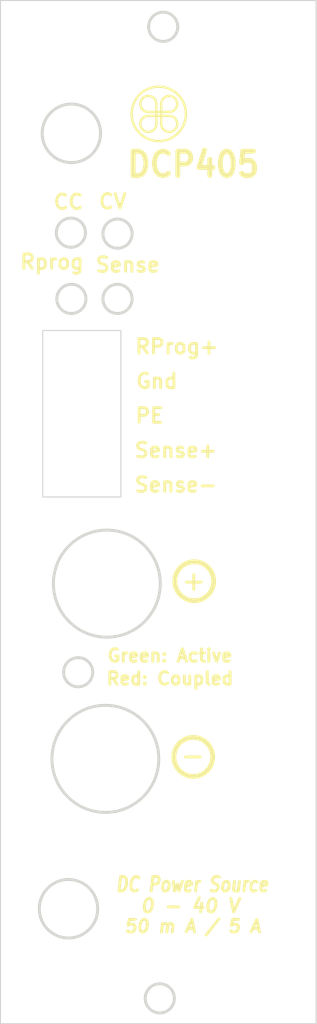
<source format=kicad_pcb>
(kicad_pcb (version 20171130) (host pcbnew 5.1.8+dfsg1-1~bpo10+1)
  (layers (0 F.Cu signal) (31 B.Cu signal) (34 B.Paste user) (35 F.Paste user) (36 B.SilkS user) (37 F.SilkS user) (38 B.Mask user) (39 F.Mask user) (44 Edge.Cuts user))
  (net 0 "")
  (module DCP405:envox_logo (layer F.Cu) (at 56.15 46.6)
    (fp_text reference EEZ_SIGNATURE hide)
    (fp_text value SIGNATURESMALL hide)
    (fp_arc (start -1.074996 1.024996) (end -0.25 1) (angle 273.5) (layer F.SilkS) (width 0.254))
    (fp_arc (start 1.074996 1.024996) (end 1.05 0.2) (angle 273.5) (layer F.SilkS) (width 0.254))
    (fp_arc (start 1.074996 -1.024996) (end 0.25 -1) (angle 273.5) (layer F.SilkS) (width 0.254))
    (fp_arc (start -1.074996 -1.024996) (end -1.05 -0.2) (angle 273.5) (layer F.SilkS) (width 0.254))
    (fp_line (start -1.05 0.2) (end 1.05 0.2) (layer F.SilkS) (width 0.254))
    (fp_line (start -1.05 -0.2) (end 1.05 -0.2) (layer F.SilkS) (width 0.254))
    (fp_line (start 0.25 -1) (end 0.25 1) (layer F.SilkS) (width 0.254))
    (fp_line (start -0.25 -1) (end -0.25 1) (layer F.SilkS) (width 0.254))
    (fp_circle (center 0 0) (end 2.794 0) (layer F.SilkS) (width 0.254))
  )
  (module DCP405:DCP405 (layer F.Cu) (at 56.45 87.55)
    (fp_text reference G*** hide)
    (fp_text value LOGO hide)
  )
  (gr_text - (at 59.65 112.5) (layer F.SilkS) (effects (font (size 2 2) (thickness 0.3))))
  (gr_circle (center 59.7 112.65) (end 61.7 112.65) (layer F.SilkS) (width 0.5))
  (gr_text + (at 59.75 94.55) (layer F.SilkS) (effects (font (size 2 2) (thickness 0.3))))
  (gr_circle (center 59.8 94.6) (end 61.8 94.6) (layer F.SilkS) (width 0.5))
  (gr_text "50 m A / 5 A" (at 59.65 130.05) (layer F.SilkS) (effects (font (size 1.3 1.3) (thickness 0.3) italic)))
  (gr_text "0 - 40 V" (at 59.4 127.95) (layer F.SilkS) (effects (font (size 1.4 1.4) (thickness 0.3) italic)))
  (gr_text "DC Power Source" (at 59.6 125.75) (layer F.SilkS) (effects (font (size 1.5 1.2) (thickness 0.3) italic)))
  (gr_text "Red: Coupled" (at 57.3 104.6) (layer F.SilkS) (effects (font (size 1.3 1.3) (thickness 0.3))))
  (gr_text "Green: Active" (at 57.3 102.25) (layer F.SilkS) (effects (font (size 1.3 1.3) (thickness 0.3))))
  (gr_text Sense- (at 57.9 84.7) (layer F.SilkS) (effects (font (size 1.5 1.5) (thickness 0.3))))
  (gr_text Sense+ (at 57.9 81.15) (layer F.SilkS) (effects (font (size 1.5 1.5) (thickness 0.3))))
  (gr_text PE (at 55.2 77.6) (layer F.SilkS) (effects (font (size 1.5 1.5) (thickness 0.3))))
  (gr_text Gnd (at 55.95 74.05) (layer F.SilkS) (effects (font (size 1.5 1.5) (thickness 0.3))))
  (gr_text RProg+ (at 58 70.5) (layer F.SilkS) (effects (font (size 1.5 1.5) (thickness 0.3))))
  (gr_text Sense (at 52.95 62.1) (layer F.SilkS) (effects (font (size 1.5 1.5) (thickness 0.3))))
  (gr_text Rprog (at 45.15 61.8) (layer F.SilkS) (effects (font (size 1.5 1.5) (thickness 0.3))))
  (gr_text CV (at 51.4 55.6) (layer F.SilkS) (effects (font (size 1.5 1.5) (thickness 0.3))))
  (gr_text CC (at 46.85 55.65) (layer F.SilkS) (effects (font (size 1.5 1.5) (thickness 0.3))))
  (gr_text DCP405 (at 59.7 51.8) (layer F.SilkS) (effects (font (size 2.5 2.3) (thickness 0.5))))
  (gr_circle (center 50.8 94.85) (end 56.3 94.85) (layer Edge.Cuts) (width 0.3))
  (gr_circle (center 50.65 112.85) (end 56.15 112.85) (layer Edge.Cuts) (width 0.3))
  (gr_circle (center 46.85 128.244589) (end 49.855412 128.244589) (layer Edge.Cuts) (width 0.3))
  (gr_line (start 44.2 68.85) (end 44.25 68.85) (layer Edge.Cuts) (width 0.1))
  (gr_line (start 44.2 85.95) (end 44.2 68.85) (layer Edge.Cuts) (width 0.1))
  (gr_line (start 52.25 85.95) (end 44.2 85.95) (layer Edge.Cuts) (width 0.1))
  (gr_line (start 52.25 68.85) (end 52.25 85.95) (layer Edge.Cuts) (width 0.1))
  (gr_line (start 44.25 68.85) (end 52.25 68.85) (layer Edge.Cuts) (width 0.1))
  (gr_circle (center 56.25 137.45) (end 57.75 137.45) (layer Edge.Cuts) (width 0.3))
  (gr_circle (center 56.6 37.65) (end 58.1 37.65) (layer Edge.Cuts) (width 0.3))
  (gr_circle (center 47.85 103.95) (end 49.35 103.95) (layer Edge.Cuts) (width 0.3))
  (gr_circle (center 51.9 65.6) (end 53.4 65.6) (layer Edge.Cuts) (width 0.3))
  (gr_circle (center 47.15 65.6) (end 48.65 65.6) (layer Edge.Cuts) (width 0.3))
  (gr_circle (center 51.9 58.9) (end 53.4 58.9) (layer Edge.Cuts) (width 0.3))
  (gr_circle (center 47.1 58.8) (end 48.6 58.8) (layer Edge.Cuts) (width 0.3))
  (gr_line (start 39.85 34.95) (end 40.5 34.95) (layer Edge.Cuts) (width 0.1))
  (gr_line (start 39.85 140.05) (end 39.85 34.95) (layer Edge.Cuts) (width 0.1))
  (gr_line (start 72.35 140.05) (end 39.85 140.05) (layer Edge.Cuts) (width 0.1))
  (gr_line (start 72.35 34.95) (end 72.35 140.05) (layer Edge.Cuts) (width 0.1))
  (gr_line (start 40.5 34.95) (end 72.35 34.95) (layer Edge.Cuts) (width 0.1))
  (gr_circle (center 47.15 48.594589) (end 50.155412 48.594589) (layer Edge.Cuts) (width 0.3))
)
</source>
